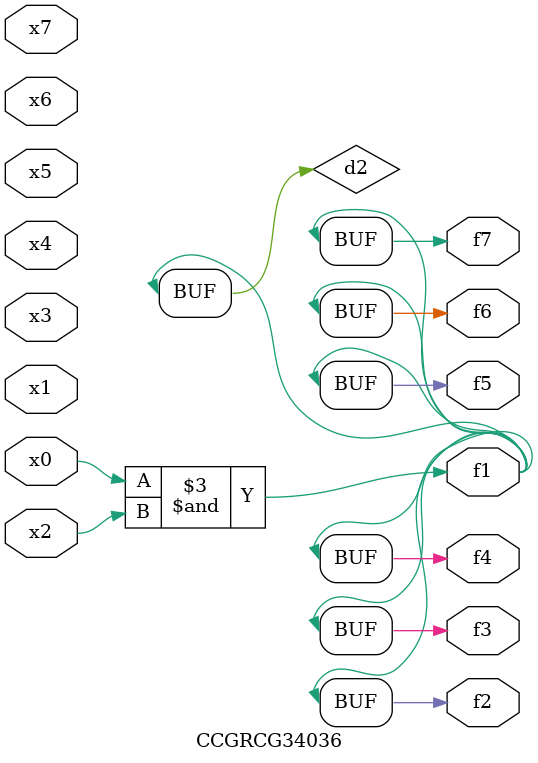
<source format=v>
module CCGRCG34036(
	input x0, x1, x2, x3, x4, x5, x6, x7,
	output f1, f2, f3, f4, f5, f6, f7
);

	wire d1, d2;

	nor (d1, x3, x6);
	and (d2, x0, x2);
	assign f1 = d2;
	assign f2 = d2;
	assign f3 = d2;
	assign f4 = d2;
	assign f5 = d2;
	assign f6 = d2;
	assign f7 = d2;
endmodule

</source>
